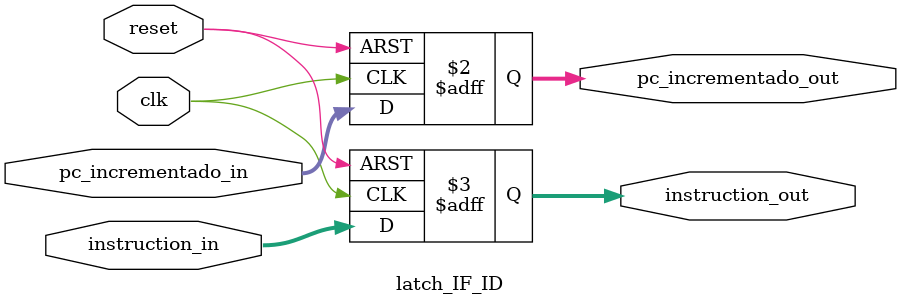
<source format=v>
`timescale 1ns / 1ps
module latch_IF_ID
	#(
	parameter B=32	//32 bits instruccion, 7 bits pc_next (direccion)
   )
	(
	input wire clk,
	input wire reset,
	input wire [B-1:0]pc_incrementado_in,
	input wire [B-1:0]instruction_in,
	output reg [B-1:0]pc_incrementado_out,
	output reg [B-1:0]instruction_out
	);
	
	always @(posedge clk, posedge reset)
	begin
		if (reset)
		begin
			pc_incrementado_out <= 0;
			instruction_out <=0;
		end
		else
		begin
			instruction_out <= instruction_in;
			pc_incrementado_out <= pc_incrementado_in;
		end
	end

endmodule

</source>
